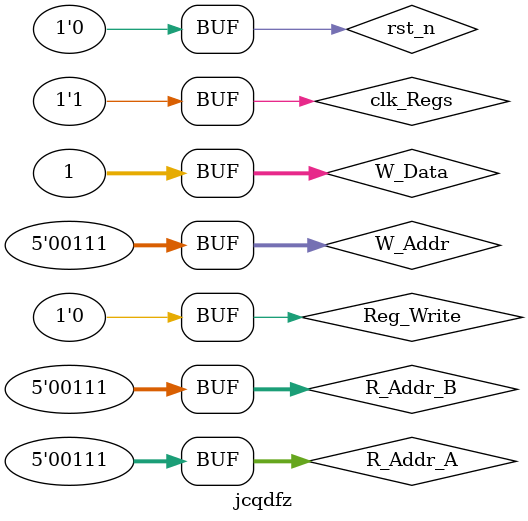
<source format=v>
`timescale 1ns / 1ps


module jcqdfz();
//INPUT
reg rst_n;
reg [4:0]R_Addr_A;
reg [4:0]R_Addr_B;
reg [4:0]W_Addr;
reg Reg_Write;
reg [31:0]W_Data;
reg clk_Regs;

//OUTPUT
wire [31:0]R_Data_A;
wire [31:0]R_Data_B;
initial
    begin   
            clk_Regs=0;rst_n=1;R_Addr_A=5'b00000;R_Addr_B=5'b00001;W_Data=32'h0000_0001;Reg_Write=0;W_Addr=5'b00111;#50;
            clk_Regs=1;rst_n=0;R_Addr_A=5'b00111;R_Addr_B=5'b00111;W_Data=32'hffff_ffff;Reg_Write=1;W_Addr=5'b00111;#50;
            clk_Regs=1;rst_n=0;R_Addr_A=5'b00111;R_Addr_B=5'b00111;W_Data=32'h1111_1111;Reg_Write=1;W_Addr=5'b00111;#50;
            clk_Regs=1;rst_n=0;R_Addr_A=5'b00111;R_Addr_B=5'b00111;W_Data=32'h0000_0001;Reg_Write=0;W_Addr=5'b00111;#50;
    end
Reg hh(rst_n,R_Addr_A,R_Addr_B,W_Addr,Reg_Write,W_Data,clk_Regs,R_Data_A,R_Data_B);
endmodule


</source>
